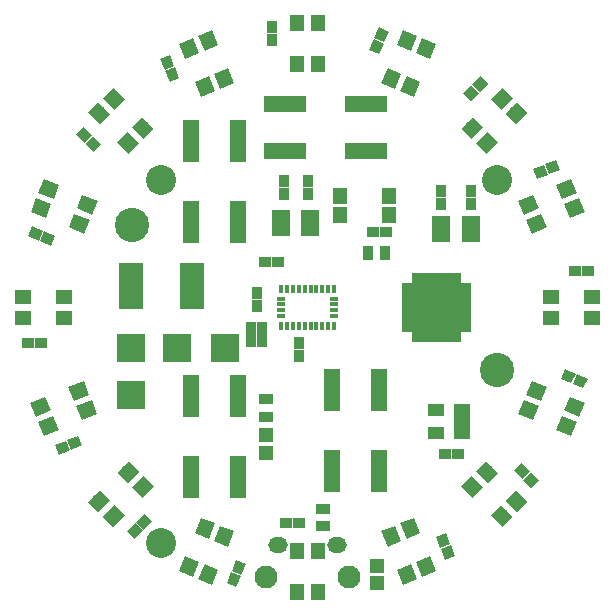
<source format=gts>
G04 #@! TF.GenerationSoftware,KiCad,Pcbnew,no-vcs-found-7448~57~ubuntu16.10.1*
G04 #@! TF.CreationDate,2017-01-12T10:04:47-05:00*
G04 #@! TF.ProjectId,featherlight,666561746865726C696768742E6B6963,rev?*
G04 #@! TF.FileFunction,Soldermask,Top*
G04 #@! TF.FilePolarity,Negative*
%FSLAX46Y46*%
G04 Gerber Fmt 4.6, Leading zero omitted, Abs format (unit mm)*
G04 Created by KiCad (PCBNEW no-vcs-found-7448~57~ubuntu16.10.1) date Thu Jan 12 10:04:47 2017*
%MOMM*%
%LPD*%
G01*
G04 APERTURE LIST*
%ADD10C,0.100000*%
%ADD11R,2.400000X2.400000*%
%ADD12R,0.900000X0.800000*%
%ADD13R,0.900000X0.700000*%
%ADD14R,1.400000X3.600000*%
%ADD15R,0.675000X0.350000*%
%ADD16R,0.350000X0.775000*%
%ADD17R,1.197560X1.197560*%
%ADD18C,1.250000*%
%ADD19C,0.900000*%
%ADD20R,1.500000X2.300000*%
%ADD21R,2.125000X2.125000*%
%ADD22R,1.100000X0.650000*%
%ADD23R,0.650000X1.100000*%
%ADD24R,0.900000X1.300000*%
%ADD25R,1.400000X1.250000*%
%ADD26R,1.300000X1.400000*%
%ADD27O,1.650000X1.350000*%
%ADD28C,1.950000*%
%ADD29R,1.460000X1.050000*%
%ADD30R,1.000000X0.900000*%
%ADD31R,1.250000X1.400000*%
%ADD32R,2.100000X3.900000*%
%ADD33R,0.900000X1.000000*%
%ADD34R,1.300000X0.900000*%
%ADD35C,2.540000*%
%ADD36R,3.600000X1.400000*%
%ADD37C,2.900000*%
G04 APERTURE END LIST*
D10*
D11*
X29464000Y-47879000D03*
X29464000Y-51879000D03*
D12*
X39632000Y-45986000D03*
D13*
X39632000Y-46986000D03*
X39632000Y-46486000D03*
D12*
X39632000Y-47486000D03*
D13*
X40632000Y-46486000D03*
D12*
X40632000Y-45986000D03*
D13*
X40632000Y-46986000D03*
D12*
X40632000Y-47486000D03*
D14*
X46514000Y-51464000D03*
X46514000Y-58264000D03*
X50514000Y-58264000D03*
X50514000Y-51464000D03*
D15*
X46700000Y-43700000D03*
X46700000Y-44200000D03*
X46700000Y-44700000D03*
D16*
X42200000Y-42887500D03*
X42700000Y-42887500D03*
X43200000Y-42887500D03*
X43700000Y-42887500D03*
X44200000Y-42887500D03*
X44700000Y-42887500D03*
X45200000Y-42887500D03*
X45700000Y-42887500D03*
X46200000Y-42887500D03*
X46700000Y-46012500D03*
X46200000Y-46012500D03*
X45700000Y-46012500D03*
X45200000Y-46012500D03*
X44700000Y-46012500D03*
X44200000Y-46012500D03*
X43700000Y-46012500D03*
X43200000Y-46012500D03*
X42700000Y-46012500D03*
D15*
X42200000Y-45200000D03*
X42200000Y-44700000D03*
X42200000Y-44200000D03*
X42200000Y-43700000D03*
D16*
X46700000Y-42887500D03*
D15*
X46700000Y-45200000D03*
D16*
X42200000Y-46012500D03*
D17*
X40894000Y-56756300D03*
X40894000Y-55257700D03*
D18*
X25111304Y-37374351D03*
D10*
G36*
X24225411Y-37683897D02*
X24703765Y-36529048D01*
X25997197Y-37064805D01*
X25518843Y-38219654D01*
X24225411Y-37683897D01*
X24225411Y-37683897D01*
G37*
D18*
X25781000Y-35757561D03*
D10*
G36*
X24895107Y-36067107D02*
X25373461Y-34912258D01*
X26666893Y-35448015D01*
X26188539Y-36602864D01*
X24895107Y-36067107D01*
X24895107Y-36067107D01*
G37*
D18*
X21877726Y-36034959D03*
D10*
G36*
X20991833Y-36344505D02*
X21470187Y-35189656D01*
X22763619Y-35725413D01*
X22285265Y-36880262D01*
X20991833Y-36344505D01*
X20991833Y-36344505D01*
G37*
D18*
X22547422Y-34418169D03*
D10*
G36*
X21661529Y-34727715D02*
X22139883Y-33572866D01*
X23433315Y-34108623D01*
X22954961Y-35263472D01*
X21661529Y-34727715D01*
X21661529Y-34727715D01*
G37*
D19*
X23714931Y-56337878D03*
D10*
G36*
X24004663Y-55730790D02*
X24349078Y-56562282D01*
X23425199Y-56944966D01*
X23080784Y-56113474D01*
X24004663Y-55730790D01*
X24004663Y-55730790D01*
G37*
D19*
X24731199Y-55916926D03*
D10*
G36*
X25020931Y-55309838D02*
X25365346Y-56141330D01*
X24441467Y-56524014D01*
X24097052Y-55692522D01*
X25020931Y-55309838D01*
X25020931Y-55309838D01*
G37*
D18*
X25751082Y-53142439D03*
D10*
G36*
X25343543Y-53987742D02*
X24865189Y-52832893D01*
X26158621Y-52297136D01*
X26636975Y-53451985D01*
X25343543Y-53987742D01*
X25343543Y-53987742D01*
G37*
D18*
X25081386Y-51525649D03*
D10*
G36*
X24673847Y-52370952D02*
X24195493Y-51216103D01*
X25488925Y-50680346D01*
X25967279Y-51835195D01*
X24673847Y-52370952D01*
X24673847Y-52370952D01*
G37*
D18*
X22517504Y-54481831D03*
D10*
G36*
X22109965Y-55327134D02*
X21631611Y-54172285D01*
X22925043Y-53636528D01*
X23403397Y-54791377D01*
X22109965Y-55327134D01*
X22109965Y-55327134D01*
G37*
D18*
X21847808Y-52865041D03*
D10*
G36*
X21440269Y-53710344D02*
X20961915Y-52555495D01*
X22255347Y-52019738D01*
X22733701Y-53174587D01*
X21440269Y-53710344D01*
X21440269Y-53710344D01*
G37*
D18*
X51525649Y-25081386D03*
D10*
G36*
X51216103Y-24195493D02*
X52370952Y-24673847D01*
X51835195Y-25967279D01*
X50680346Y-25488925D01*
X51216103Y-24195493D01*
X51216103Y-24195493D01*
G37*
D18*
X53142439Y-25751082D03*
D10*
G36*
X52832893Y-24865189D02*
X53987742Y-25343543D01*
X53451985Y-26636975D01*
X52297136Y-26158621D01*
X52832893Y-24865189D01*
X52832893Y-24865189D01*
G37*
D18*
X52865041Y-21847808D03*
D10*
G36*
X52555495Y-20961915D02*
X53710344Y-21440269D01*
X53174587Y-22733701D01*
X52019738Y-22255347D01*
X52555495Y-20961915D01*
X52555495Y-20961915D01*
G37*
D18*
X54481831Y-22517504D03*
D10*
G36*
X54172285Y-21631611D02*
X55327134Y-22109965D01*
X54791377Y-23403397D01*
X53636528Y-22925043D01*
X54172285Y-21631611D01*
X54172285Y-21631611D01*
G37*
D18*
X58399096Y-29263467D03*
D10*
G36*
X58452129Y-28326551D02*
X59336012Y-29210434D01*
X58346063Y-30200383D01*
X57462180Y-29316500D01*
X58452129Y-28326551D01*
X58452129Y-28326551D01*
G37*
D18*
X59636533Y-30500904D03*
D10*
G36*
X59689566Y-29563988D02*
X60573449Y-30447871D01*
X59583500Y-31437820D01*
X58699617Y-30553937D01*
X59689566Y-29563988D01*
X59689566Y-29563988D01*
G37*
D18*
X60873969Y-26788594D03*
D10*
G36*
X60927002Y-25851678D02*
X61810885Y-26735561D01*
X60820936Y-27725510D01*
X59937053Y-26841627D01*
X60927002Y-25851678D01*
X60927002Y-25851678D01*
G37*
D18*
X62111406Y-28026031D03*
D10*
G36*
X62164439Y-27089115D02*
X63048322Y-27972998D01*
X62058373Y-28962947D01*
X61174490Y-28079064D01*
X62164439Y-27089115D01*
X62164439Y-27089115D01*
G37*
D18*
X29263467Y-30500904D03*
D10*
G36*
X28326551Y-30447871D02*
X29210434Y-29563988D01*
X30200383Y-30553937D01*
X29316500Y-31437820D01*
X28326551Y-30447871D01*
X28326551Y-30447871D01*
G37*
D18*
X30500904Y-29263467D03*
D10*
G36*
X29563988Y-29210434D02*
X30447871Y-28326551D01*
X31437820Y-29316500D01*
X30553937Y-30200383D01*
X29563988Y-29210434D01*
X29563988Y-29210434D01*
G37*
D18*
X26788594Y-28026031D03*
D10*
G36*
X25851678Y-27972998D02*
X26735561Y-27089115D01*
X27725510Y-28079064D01*
X26841627Y-28962947D01*
X25851678Y-27972998D01*
X25851678Y-27972998D01*
G37*
D18*
X28026031Y-26788594D03*
D10*
G36*
X27089115Y-26735561D02*
X27972998Y-25851678D01*
X28962947Y-26841627D01*
X28079064Y-27725510D01*
X27089115Y-26735561D01*
X27089115Y-26735561D01*
G37*
D20*
X55773000Y-37846000D03*
X58273000Y-37846000D03*
D21*
X56234500Y-43587500D03*
X54509500Y-43587500D03*
X56234500Y-45312500D03*
X54509500Y-45312500D03*
D22*
X57772000Y-42700000D03*
X57772000Y-43200000D03*
X57772000Y-43700000D03*
X57772000Y-44200000D03*
X57772000Y-44700000D03*
X57772000Y-45200000D03*
X57772000Y-45700000D03*
X57772000Y-46200000D03*
D23*
X57122000Y-46850000D03*
X56622000Y-46850000D03*
X56122000Y-46850000D03*
X55622000Y-46850000D03*
X55122000Y-46850000D03*
X54622000Y-46850000D03*
X54122000Y-46850000D03*
X53622000Y-46850000D03*
D22*
X52972000Y-46200000D03*
X52972000Y-45700000D03*
X52972000Y-45200000D03*
X52972000Y-44700000D03*
X52972000Y-44200000D03*
X52972000Y-43700000D03*
X52972000Y-43200000D03*
X52972000Y-42700000D03*
D23*
X53622000Y-42050000D03*
X54122000Y-42050000D03*
X54622000Y-42050000D03*
X55122000Y-42050000D03*
X55622000Y-42050000D03*
X56122000Y-42050000D03*
X56622000Y-42050000D03*
X57122000Y-42050000D03*
D24*
X49542000Y-39878000D03*
X51042000Y-39878000D03*
D25*
X23848000Y-45325000D03*
X23848000Y-43575000D03*
X20348000Y-45325000D03*
X20348000Y-43575000D03*
D26*
X47226000Y-36614000D03*
X51326000Y-36614000D03*
X51326000Y-35014000D03*
X47226000Y-35014000D03*
D27*
X46950000Y-64604460D03*
X41950000Y-64604460D03*
D28*
X47950000Y-67304460D03*
X40950000Y-67304460D03*
D29*
X55288000Y-55052000D03*
X55288000Y-53152000D03*
X57488000Y-53152000D03*
X57487999Y-54102000D03*
X57488000Y-55052000D03*
D14*
X34576000Y-30382000D03*
X34576000Y-37182000D03*
X38576000Y-37182000D03*
X38576000Y-30382000D03*
D19*
X50284957Y-22398360D03*
D10*
G36*
X50509361Y-23032507D02*
X49677869Y-22688092D01*
X50060553Y-21764213D01*
X50892045Y-22108628D01*
X50509361Y-23032507D01*
X50509361Y-23032507D01*
G37*
D19*
X50705909Y-21382092D03*
D10*
G36*
X50930313Y-22016239D02*
X50098821Y-21671824D01*
X50481505Y-20747945D01*
X51312997Y-21092360D01*
X50930313Y-22016239D01*
X50930313Y-22016239D01*
G37*
D19*
X58279594Y-26309883D03*
D10*
G36*
X58244239Y-26981634D02*
X57607843Y-26345238D01*
X58314949Y-25638132D01*
X58951345Y-26274528D01*
X58244239Y-26981634D01*
X58244239Y-26981634D01*
G37*
D19*
X59057412Y-25532065D03*
D10*
G36*
X59022057Y-26203816D02*
X58385661Y-25567420D01*
X59092767Y-24860314D01*
X59729163Y-25496710D01*
X59022057Y-26203816D01*
X59022057Y-26203816D01*
G37*
D19*
X64168801Y-32983074D03*
D10*
G36*
X63879069Y-33590162D02*
X63534654Y-32758670D01*
X64458533Y-32375986D01*
X64802948Y-33207478D01*
X63879069Y-33590162D01*
X63879069Y-33590162D01*
G37*
D19*
X65185069Y-32562122D03*
D10*
G36*
X64895337Y-33169210D02*
X64550922Y-32337718D01*
X65474801Y-31955034D01*
X65819216Y-32786526D01*
X64895337Y-33169210D01*
X64895337Y-33169210D01*
G37*
D30*
X67056000Y-41402000D03*
X68156000Y-41402000D03*
D19*
X66501640Y-50284957D03*
D10*
G36*
X65867493Y-50509361D02*
X66211908Y-49677869D01*
X67135787Y-50060553D01*
X66791372Y-50892045D01*
X65867493Y-50509361D01*
X65867493Y-50509361D01*
G37*
D19*
X67517908Y-50705909D03*
D10*
G36*
X66883761Y-50930313D02*
X67228176Y-50098821D01*
X68152055Y-50481505D01*
X67807640Y-51312997D01*
X66883761Y-50930313D01*
X66883761Y-50930313D01*
G37*
D19*
X62590117Y-58279594D03*
D10*
G36*
X61918366Y-58244239D02*
X62554762Y-57607843D01*
X63261868Y-58314949D01*
X62625472Y-58951345D01*
X61918366Y-58244239D01*
X61918366Y-58244239D01*
G37*
D19*
X63367935Y-59057412D03*
D10*
G36*
X62696184Y-59022057D02*
X63332580Y-58385661D01*
X64039686Y-59092767D01*
X63403290Y-59729163D01*
X62696184Y-59022057D01*
X62696184Y-59022057D01*
G37*
D19*
X55916926Y-64168801D03*
D10*
G36*
X55309838Y-63879069D02*
X56141330Y-63534654D01*
X56524014Y-64458533D01*
X55692522Y-64802948D01*
X55309838Y-63879069D01*
X55309838Y-63879069D01*
G37*
D19*
X56337878Y-65185069D03*
D10*
G36*
X55730790Y-64895337D02*
X56562282Y-64550922D01*
X56944966Y-65474801D01*
X56113474Y-65819216D01*
X55730790Y-64895337D01*
X55730790Y-64895337D01*
G37*
D30*
X42588000Y-62738000D03*
X43688000Y-62738000D03*
D19*
X38615043Y-66501640D03*
D10*
G36*
X38390639Y-65867493D02*
X39222131Y-66211908D01*
X38839447Y-67135787D01*
X38007955Y-66791372D01*
X38390639Y-65867493D01*
X38390639Y-65867493D01*
G37*
D19*
X38194091Y-67517908D03*
D10*
G36*
X37969687Y-66883761D02*
X38801179Y-67228176D01*
X38418495Y-68152055D01*
X37587003Y-67807640D01*
X37969687Y-66883761D01*
X37969687Y-66883761D01*
G37*
D19*
X30620406Y-62590117D03*
D10*
G36*
X30655761Y-61918366D02*
X31292157Y-62554762D01*
X30585051Y-63261868D01*
X29948655Y-62625472D01*
X30655761Y-61918366D01*
X30655761Y-61918366D01*
G37*
D19*
X29842588Y-63367935D03*
D10*
G36*
X29877943Y-62696184D02*
X30514339Y-63332580D01*
X29807233Y-64039686D01*
X29170837Y-63403290D01*
X29877943Y-62696184D01*
X29877943Y-62696184D01*
G37*
D19*
X24731199Y-55916926D03*
D10*
G36*
X25020931Y-55309838D02*
X25365346Y-56141330D01*
X24441467Y-56524014D01*
X24097052Y-55692522D01*
X25020931Y-55309838D01*
X25020931Y-55309838D01*
G37*
D19*
X23714931Y-56337878D03*
D10*
G36*
X24004663Y-55730790D02*
X24349078Y-56562282D01*
X23425199Y-56944966D01*
X23080784Y-56113474D01*
X24004663Y-55730790D01*
X24004663Y-55730790D01*
G37*
D30*
X21844000Y-47498000D03*
X20744000Y-47498000D03*
D19*
X22398360Y-38615043D03*
D10*
G36*
X23032507Y-38390639D02*
X22688092Y-39222131D01*
X21764213Y-38839447D01*
X22108628Y-38007955D01*
X23032507Y-38390639D01*
X23032507Y-38390639D01*
G37*
D19*
X21382092Y-38194091D03*
D10*
G36*
X22016239Y-37969687D02*
X21671824Y-38801179D01*
X20747945Y-38418495D01*
X21092360Y-37587003D01*
X22016239Y-37969687D01*
X22016239Y-37969687D01*
G37*
D19*
X26309883Y-30620406D03*
D10*
G36*
X26981634Y-30655761D02*
X26345238Y-31292157D01*
X25638132Y-30585051D01*
X26274528Y-29948655D01*
X26981634Y-30655761D01*
X26981634Y-30655761D01*
G37*
D19*
X25532065Y-29842588D03*
D10*
G36*
X26203816Y-29877943D02*
X25567420Y-30514339D01*
X24860314Y-29807233D01*
X25496710Y-29170837D01*
X26203816Y-29877943D01*
X26203816Y-29877943D01*
G37*
D19*
X32983074Y-24731199D03*
D10*
G36*
X33590162Y-25020931D02*
X32758670Y-25365346D01*
X32375986Y-24441467D01*
X33207478Y-24097052D01*
X33590162Y-25020931D01*
X33590162Y-25020931D01*
G37*
D19*
X32562122Y-23714931D03*
D10*
G36*
X33169210Y-24004663D02*
X32337718Y-24349078D01*
X31955034Y-23425199D01*
X32786526Y-23080784D01*
X33169210Y-24004663D01*
X33169210Y-24004663D01*
G37*
D18*
X63148918Y-35757561D03*
D10*
G36*
X63556457Y-34912258D02*
X64034811Y-36067107D01*
X62741379Y-36602864D01*
X62263025Y-35448015D01*
X63556457Y-34912258D01*
X63556457Y-34912258D01*
G37*
D18*
X63818614Y-37374351D03*
D10*
G36*
X64226153Y-36529048D02*
X64704507Y-37683897D01*
X63411075Y-38219654D01*
X62932721Y-37064805D01*
X64226153Y-36529048D01*
X64226153Y-36529048D01*
G37*
D18*
X66382496Y-34418169D03*
D10*
G36*
X66790035Y-33572866D02*
X67268389Y-34727715D01*
X65974957Y-35263472D01*
X65496603Y-34108623D01*
X66790035Y-33572866D01*
X66790035Y-33572866D01*
G37*
D18*
X67052192Y-36034959D03*
D10*
G36*
X67459731Y-35189656D02*
X67938085Y-36344505D01*
X66644653Y-36880262D01*
X66166299Y-35725413D01*
X67459731Y-35189656D01*
X67459731Y-35189656D01*
G37*
D25*
X65052000Y-43575000D03*
X65052000Y-45325000D03*
X68552000Y-43575000D03*
X68552000Y-45325000D03*
D18*
X63818614Y-51525649D03*
D10*
G36*
X64704507Y-51216103D02*
X64226153Y-52370952D01*
X62932721Y-51835195D01*
X63411075Y-50680346D01*
X64704507Y-51216103D01*
X64704507Y-51216103D01*
G37*
D18*
X63148918Y-53142439D03*
D10*
G36*
X64034811Y-52832893D02*
X63556457Y-53987742D01*
X62263025Y-53451985D01*
X62741379Y-52297136D01*
X64034811Y-52832893D01*
X64034811Y-52832893D01*
G37*
D18*
X67052192Y-52865041D03*
D10*
G36*
X67938085Y-52555495D02*
X67459731Y-53710344D01*
X66166299Y-53174587D01*
X66644653Y-52019738D01*
X67938085Y-52555495D01*
X67938085Y-52555495D01*
G37*
D18*
X66382496Y-54481831D03*
D10*
G36*
X67268389Y-54172285D02*
X66790035Y-55327134D01*
X65496603Y-54791377D01*
X65974957Y-53636528D01*
X67268389Y-54172285D01*
X67268389Y-54172285D01*
G37*
D18*
X59636533Y-58399096D03*
D10*
G36*
X60573449Y-58452129D02*
X59689566Y-59336012D01*
X58699617Y-58346063D01*
X59583500Y-57462180D01*
X60573449Y-58452129D01*
X60573449Y-58452129D01*
G37*
D18*
X58399096Y-59636533D03*
D10*
G36*
X59336012Y-59689566D02*
X58452129Y-60573449D01*
X57462180Y-59583500D01*
X58346063Y-58699617D01*
X59336012Y-59689566D01*
X59336012Y-59689566D01*
G37*
D18*
X62111406Y-60873969D03*
D10*
G36*
X63048322Y-60927002D02*
X62164439Y-61810885D01*
X61174490Y-60820936D01*
X62058373Y-59937053D01*
X63048322Y-60927002D01*
X63048322Y-60927002D01*
G37*
D18*
X60873969Y-62111406D03*
D10*
G36*
X61810885Y-62164439D02*
X60927002Y-63048322D01*
X59937053Y-62058373D01*
X60820936Y-61174490D01*
X61810885Y-62164439D01*
X61810885Y-62164439D01*
G37*
D18*
X53142439Y-63148918D03*
D10*
G36*
X53987742Y-63556457D02*
X52832893Y-64034811D01*
X52297136Y-62741379D01*
X53451985Y-62263025D01*
X53987742Y-63556457D01*
X53987742Y-63556457D01*
G37*
D18*
X51525649Y-63818614D03*
D10*
G36*
X52370952Y-64226153D02*
X51216103Y-64704507D01*
X50680346Y-63411075D01*
X51835195Y-62932721D01*
X52370952Y-64226153D01*
X52370952Y-64226153D01*
G37*
D18*
X54481831Y-66382496D03*
D10*
G36*
X55327134Y-66790035D02*
X54172285Y-67268389D01*
X53636528Y-65974957D01*
X54791377Y-65496603D01*
X55327134Y-66790035D01*
X55327134Y-66790035D01*
G37*
D18*
X52865041Y-67052192D03*
D10*
G36*
X53710344Y-67459731D02*
X52555495Y-67938085D01*
X52019738Y-66644653D01*
X53174587Y-66166299D01*
X53710344Y-67459731D01*
X53710344Y-67459731D01*
G37*
D31*
X45325000Y-65052000D03*
X43575000Y-65052000D03*
X45325000Y-68552000D03*
X43575000Y-68552000D03*
D18*
X37374351Y-63818614D03*
D10*
G36*
X37683897Y-64704507D02*
X36529048Y-64226153D01*
X37064805Y-62932721D01*
X38219654Y-63411075D01*
X37683897Y-64704507D01*
X37683897Y-64704507D01*
G37*
D18*
X35757561Y-63148918D03*
D10*
G36*
X36067107Y-64034811D02*
X34912258Y-63556457D01*
X35448015Y-62263025D01*
X36602864Y-62741379D01*
X36067107Y-64034811D01*
X36067107Y-64034811D01*
G37*
D18*
X36034959Y-67052192D03*
D10*
G36*
X36344505Y-67938085D02*
X35189656Y-67459731D01*
X35725413Y-66166299D01*
X36880262Y-66644653D01*
X36344505Y-67938085D01*
X36344505Y-67938085D01*
G37*
D18*
X34418169Y-66382496D03*
D10*
G36*
X34727715Y-67268389D02*
X33572866Y-66790035D01*
X34108623Y-65496603D01*
X35263472Y-65974957D01*
X34727715Y-67268389D01*
X34727715Y-67268389D01*
G37*
D18*
X30500904Y-59636533D03*
D10*
G36*
X30447871Y-60573449D02*
X29563988Y-59689566D01*
X30553937Y-58699617D01*
X31437820Y-59583500D01*
X30447871Y-60573449D01*
X30447871Y-60573449D01*
G37*
D18*
X29263467Y-58399096D03*
D10*
G36*
X29210434Y-59336012D02*
X28326551Y-58452129D01*
X29316500Y-57462180D01*
X30200383Y-58346063D01*
X29210434Y-59336012D01*
X29210434Y-59336012D01*
G37*
D18*
X28026031Y-62111406D03*
D10*
G36*
X27972998Y-63048322D02*
X27089115Y-62164439D01*
X28079064Y-61174490D01*
X28962947Y-62058373D01*
X27972998Y-63048322D01*
X27972998Y-63048322D01*
G37*
D18*
X26788594Y-60873969D03*
D10*
G36*
X26735561Y-61810885D02*
X25851678Y-60927002D01*
X26841627Y-59937053D01*
X27725510Y-60820936D01*
X26735561Y-61810885D01*
X26735561Y-61810885D01*
G37*
D18*
X35757561Y-25751082D03*
D10*
G36*
X34912258Y-25343543D02*
X36067107Y-24865189D01*
X36602864Y-26158621D01*
X35448015Y-26636975D01*
X34912258Y-25343543D01*
X34912258Y-25343543D01*
G37*
D18*
X37374351Y-25081386D03*
D10*
G36*
X36529048Y-24673847D02*
X37683897Y-24195493D01*
X38219654Y-25488925D01*
X37064805Y-25967279D01*
X36529048Y-24673847D01*
X36529048Y-24673847D01*
G37*
D18*
X34418169Y-22517504D03*
D10*
G36*
X33572866Y-22109965D02*
X34727715Y-21631611D01*
X35263472Y-22925043D01*
X34108623Y-23403397D01*
X33572866Y-22109965D01*
X33572866Y-22109965D01*
G37*
D18*
X36034959Y-21847808D03*
D10*
G36*
X35189656Y-21440269D02*
X36344505Y-20961915D01*
X36880262Y-22255347D01*
X35725413Y-22733701D01*
X35189656Y-21440269D01*
X35189656Y-21440269D01*
G37*
D32*
X34694000Y-42672000D03*
X29464000Y-42672000D03*
D31*
X45325000Y-20348000D03*
X43575000Y-20348000D03*
X45325000Y-23848000D03*
X43575000Y-23848000D03*
D33*
X41402000Y-20744000D03*
X41402000Y-21844000D03*
X58273000Y-35667000D03*
X58273000Y-34567000D03*
X55773000Y-35667000D03*
X55773000Y-34567000D03*
X40132000Y-43265000D03*
X40132000Y-44365000D03*
D30*
X41952000Y-40640000D03*
X40852000Y-40640000D03*
D33*
X44450000Y-34840000D03*
X44450000Y-33740000D03*
X42418000Y-34840000D03*
X42418000Y-33740000D03*
X43700000Y-48556000D03*
X43700000Y-47456000D03*
D30*
X57192000Y-56896000D03*
X56092000Y-56896000D03*
D34*
X45720000Y-61480000D03*
X45720000Y-62980000D03*
X40894000Y-52209000D03*
X40894000Y-53709000D03*
D20*
X42184000Y-37338000D03*
X44684000Y-37338000D03*
D30*
X49954000Y-38100000D03*
X51054000Y-38100000D03*
D35*
X32004000Y-33655000D03*
X60452000Y-33655000D03*
X32004000Y-64389000D03*
D17*
X50292000Y-67805300D03*
X50292000Y-66306700D03*
D11*
X37433000Y-47879000D03*
X33433000Y-47879000D03*
D36*
X49374000Y-31210000D03*
X42574000Y-31210000D03*
X42574000Y-27210000D03*
X49374000Y-27210000D03*
D14*
X34576000Y-58772000D03*
X34576000Y-51972000D03*
X38576000Y-51972000D03*
X38576000Y-58772000D03*
D37*
X29591000Y-37465000D03*
X60452000Y-49784000D03*
M02*

</source>
